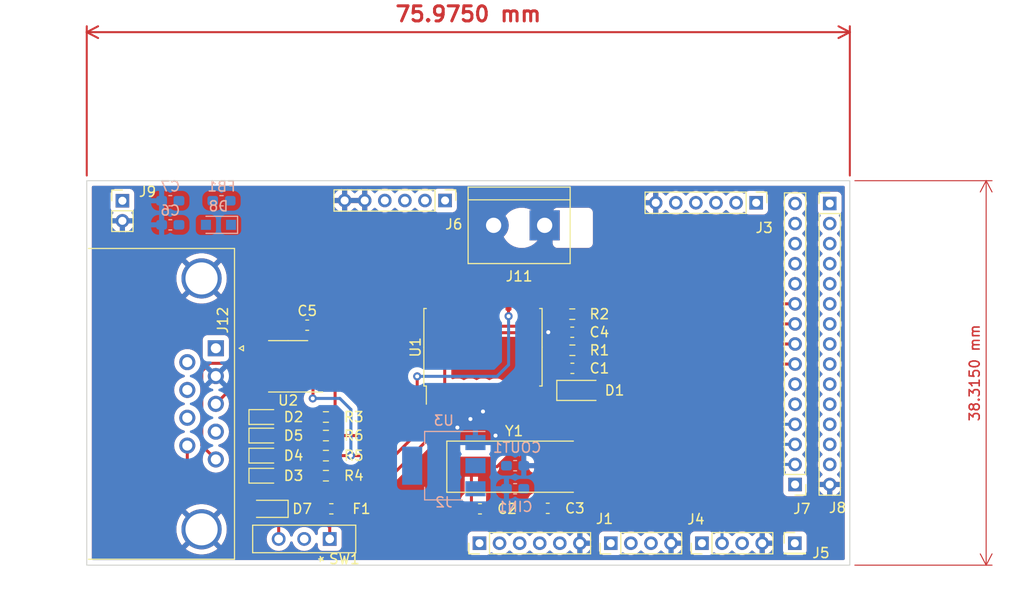
<source format=kicad_pcb>
(kicad_pcb (version 20211014) (generator pcbnew)
  (layers (0 "F.Cu" signal) (31 "B.Cu" signal) (34 "B.Paste" user) (35 "F.Paste" user) (36 "B.SilkS" user "B.Silkscreen") (37 "F.SilkS" user "F.Silkscreen") (38 "B.Mask" user) (39 "F.Mask" user) (44 "Edge.Cuts" user))
  (net 0 "")
  (net 1 "+5V")
  (net 2 "IO.TX")
  (net 3 "IO.RX")
  (net 4 "GND")
  (net 5 "IO.SCK")
  (net 6 "IO.CSB")
  (net 7 "IO.SDI")
  (net 8 "IO.SDO")
  (net 9 "+3.3V")
  (net 10 "F.IO0")
  (net 11 "F.IO1")
  (net 12 "F.CLK")
  (net 13 "F.CSB")
  (net 14 "IO11")
  (net 15 "IO12")
  (net 16 "IO7")
  (net 17 "+1V8")
  (net 18 "IO8")
  (net 19 "IO9")
  (net 20 "IO10")
  (net 21 "IO17")
  (net 22 "IO18")
  (net 23 "IO19")
  (net 24 "IO20")
  (net 25 "IO21")
  (net 26 "IO22")
  (net 27 "IO23")
  (net 28 "IO24")
  (net 29 "IO25")
  (net 30 "IO26")
  (net 31 "IO27")
  (net 32 "IO28")
  (net 33 "IO29")
  (net 34 "IO30")
  (net 35 "IO31")
  (net 36 "IO32")
  (net 37 "IO33")
  (net 38 "IO34")
  (net 39 "IO35")
  (net 40 "IO36")
  (net 41 "IO37")
  (net 43 "TXCAN")
  (net 44 "RXCAN")
  (net 46 "OSC2")
  (net 47 "OSC1")
  (net 48 "Net-(C4-Pad1)")
  (net 49 "~{CAN_RST}")
  (net 50 "Net-(D2-Pad2)")
  (net 51 "5V_OBD")
  (net 52 "12V_OBD")
  (net 53 "Net-(D3-Pad2)")
  (net 54 "Net-(D4-Pad2)")
  (net 55 "Net-(D5-Pad2)")
  (net 56 "Net-(D7-Pad1)")
  (net 57 "Net-(D8-Pad1)")
  (net 58 "Net-(F1-Pad1)")
  (net 60 "12V_OBD_IN")
  (net 61 "CANH")
  (net 62 "CANL")
  (footprint "Connector_PinHeader_2.00mm:PinHeader_1x04_P2.00mm_Vertical" (layer "F.Cu") (at 150.9 106.425 90)
    (fp_text reference "J4" (at 2.375 -0.6 180) (layer "F.SilkS"))
    (fp_text value "Conn_01x04_Male")
    (fp_line (start -1.06 0) (end -1.06 -1.06) (layer "F.SilkS") (width 0.12))
    (fp_line (start -1.06 7.06) (end 1.06 7.06) (layer "F.SilkS") (width 0.12))
    (fp_line (start 1.06 1) (end 1.06 7.06) (layer "F.SilkS") (width 0.12))
    (fp_line (start -1.06 1) (end 1.06 1) (layer "F.SilkS") (width 0.12))
    (fp_line (start -1.06 1) (end -1.06 7.06) (layer "F.SilkS") (width 0.12))
    (fp_line (start -1.06 -1.06) (end 0 -1.06) (layer "F.SilkS") (width 0.12))
    (pad "1" thru_hole rect (at 0 0 90) (size 1.35 1.35) (drill 0.8) (layers *.Cu *.Mask) (net 1 "+5V"))
    (pad "2" thru_hole oval (at 0 2 90) (size 1.35 1.35) (drill 0.8) (layers *.Cu *.Mask) (net 14 "IO11"))
    (pad "3" thru_hole oval (at 0 4 90) (size 1.35 1.35) (drill 0.8) (layers *.Cu *.Mask) (net 15 "IO12"))
    (pad "4" thru_hole oval (at 0 6 90) (size 1.35 1.35) (drill 0.8) (layers *.Cu *.Mask) (net 4 "GND"))
  )
  (footprint "LED_SMD:LED_0603_1608Metric_Pad1.05x0.95mm_HandSolder" (layer "F.Cu") (at 107.4625 95.7)
    (fp_text reference "D5" (at 2.775 0) (layer "F.SilkS"))
    (fp_text value "LED" hide)
    (fp_line (start 0.8 -0.735) (end -1.66 -0.735) (layer "F.SilkS") (width 0.12))
    (fp_line (start -1.66 0.735) (end 0.8 0.735) (layer "F.SilkS") (width 0.12))
    (fp_line (start -1.66 -0.735) (end -1.66 0.735) (layer "F.SilkS") (width 0.12))
    (pad "1" smd roundrect (at -0.875 0) (size 1.05 0.95) (layers "F.Cu" "F.Paste" "F.Mask") (net 4 "GND"))
    (pad "2" smd roundrect (at 0.875 0) (size 1.05 0.95) (layers "F.Cu" "F.Paste" "F.Mask") (net 55 "Net-(D5-Pad2)"))
  )
  (footprint "CANBusShield:09.03290.01 switch" (layer "F.Cu") (at 113.84 106 -90)
    (fp_text reference "SW1" (at 2 -1.46) (layer "F.SilkS"))
    (fp_text value "SW_SPDT" hide)
    (fp_text user "*" (at 2 0.54 90) (layer "F.SilkS"))
    (fp_line (start -1.3716 -2.5908) (end -1.3716 7.6708) (layer "F.SilkS") (width 0.12))
    (fp_line (start -1.3716 7.6708) (end 1.3716 7.6708) (layer "F.SilkS") (width 0.12))
    (fp_line (start 1.3716 7.6708) (end 1.3716 -2.5908) (layer "F.SilkS") (width 0.12))
    (fp_line (start 1.3716 -2.5908) (end -1.3716 -2.5908) (layer "F.SilkS") (width 0.12))
    (pad "1" thru_hole circle (at 0 2.54 270) (size 1.3716 1.3716) (drill 0.8636) (layers *.Cu *.Mask))
    (pad "2" thru_hole circle (at 0 5.08 270) (size 1.3716 1.3716) (drill 0.8636) (layers *.Cu *.Mask) (net 56 "Net-(D7-Pad1)"))
    (pad "3" thru_hole rect (at 0 0 270) (size 1.3716 1.3716) (drill 0.8636) (layers *.Cu *.Mask) (net 58 "Net-(F1-Pad1)"))
  )
  (footprint "Package_SO:SOIC-18W_7.5x11.6mm_P1.27mm" (layer "F.Cu") (at 129.1 86.9 90)
    (fp_text reference "U1" (at 0 -6.72 90) (layer "F.SilkS"))
    (fp_text value "MCP2515-xSO")
    (fp_line (start 0 -5.885) (end -3.86 -5.885) (layer "F.SilkS") (width 0.12))
    (fp_line (start -3.86 -5.64) (end -5.675 -5.64) (layer "F.SilkS") (width 0.12))
    (fp_line (start 3.86 5.885) (end 3.86 5.64) (layer "F.SilkS") (width 0.12))
    (fp_line (start 0 5.885) (end -3.86 5.885) (layer "F.SilkS") (width 0.12))
    (fp_line (start 3.86 -5.885) (end 3.86 -5.64) (layer "F.SilkS") (width 0.12))
    (fp_line (start 0 -5.885) (end 3.86 -5.885) (layer "F.SilkS") (width 0.12))
    (fp_line (start -3.86 -5.885) (end -3.86 -5.64) (layer "F.SilkS") (width 0.12))
    (fp_line (start 0 5.885) (end 3.86 5.885) (layer "F.SilkS") (width 0.12))
    (fp_line (start -3.86 5.885) (end -3.86 5.64) (layer "F.SilkS") (width 0.12))
    (pad "1" smd roundrect (at -4.65 -5.08 90) (size 2.05 0.6) (layers "F.Cu" "F.Paste" "F.Mask") (net 43 "TXCAN"))
    (pad "2" smd roundrect (at -4.65 -3.81 90) (size 2.05 0.6) (layers "F.Cu" "F.Paste" "F.Mask") (net 44 "RXCAN"))
    (pad "3" smd roundrect (at -4.65 -2.54 90) (size 2.05 0.6) (layers "F.Cu" "F.Paste" "F.Mask") (net 18 "IO8"))
    (pad "4" smd roundrect (at -4.65 -1.27 90) (size 2.05 0.6) (layers "F.Cu" "F.Paste" "F.Mask") (net 19 "IO9"))
    (pad "5" smd roundrect (at -4.65 0 90) (size 2.05 0.6) (layers "F.Cu" "F.Paste" "F.Mask") (net 20 "IO10"))
    (pad "6" smd roundrect (at -4.65 1.27 90) (size 2.05 0.6) (layers "F.Cu" "F.Paste" "F.Mask") (net 14 "IO11"))
    (pad "7" smd roundrect (at -4.65 2.54 90) (size 2.05 0.6) (layers "F.Cu" "F.Paste" "F.Mask") (net 46 "OSC2"))
    (pad "8" smd roundrect (at -4.65 3.81 90) (size 2.05 0.6) (layers "F.Cu" "F.Paste" "F.Mask") (net 47 "OSC1"))
    (pad "9" smd roundrect (at -4.65 5.08 90) (size 2.05 0.6) (layers "F.Cu" "F.Paste" "F.Mask") (net 4 "GND"))
    (pad "10" smd roundrect (at 4.65 5.08 90) (size 2.05 0.6) (layers "F.Cu" "F.Paste" "F.Mask") (net 21 "IO17"))
    (pad "11" smd roundrect (at 4.65 3.81 90) (size 2.05 0.6) (layers "F.Cu" "F.Paste" "F.Mask") (net 22 "IO18"))
    (pad "12" smd roundrect (at 4.65 2.54 90) (size 2.05 0.6) (layers "F.Cu" "F.Paste" "F.Mask") (net 23 "IO19"))
    (pad "13" smd roundrect (at 4.65 1.27 90) (size 2.05 0.6) (layers "F.Cu" "F.Paste" "F.Mask") (net 5 "IO.SCK"))
    (pad "14" smd roundrect (at 4.65 0 90) (size 2.05 0.6) (layers "F.Cu" "F.Paste" "F.Mask") (net 7 "IO.SDI"))
    (pad "15" smd roundrect (at 4.65 -1.27 90) (size 2.05 0.6) (layers "F.Cu" "F.Paste" "F.Mask") (net 8 "IO.SDO"))
    (pad "16" smd roundrect (at 4.65 -2.54 90) (size 2.05 0.6) (layers "F.Cu" "F.Paste" "F.Mask") (net 6 "IO.CSB"))
    (pad "17" smd roundrect (at 4.65 -3.81 90) (size 2.05 0.6) (layers "F.Cu" "F.Paste" "F.Mask") (net 49 "~{CAN_RST}"))
    (pad "18" smd roundrect (at 4.65 -5.08 90) (size 2.05 0.6) (layers "F.Cu" "F.Paste" "F.Mask") (net 1 "+5V"))
  )
  (footprint "Capacitor_SMD:C_0603_1608Metric_Pad1.08x0.95mm_HandSolder" (layer "F.Cu") (at 138 89)
    (fp_text reference "C1" (at 2.7 0) (layer "F.SilkS"))
    (fp_text value "0.1uF")
    (fp_line (start -0.146267 0.51) (end 0.146267 0.51) (layer "F.SilkS") (width 0.12))
    (fp_line (start -0.146267 -0.51) (end 0.146267 -0.51) (layer "F.SilkS") (width 0.12))
    (pad "1" smd roundrect (at -0.8625 0) (size 1.075 0.95) (layers "F.Cu" "F.Paste" "F.Mask") (net 1 "+5V"))
    (pad "2" smd roundrect (at 0.8625 0) (size 1.075 0.95) (layers "F.Cu" "F.Paste" "F.Mask") (net 4 "GND"))
  )
  (footprint "Connector_PinHeader_2.00mm:PinHeader_1x04_P2.00mm_Vertical" (layer "F.Cu") (at 141.825 106.425 90)
    (fp_text reference "J1" (at 2.425 -0.625 180) (layer "F.SilkS"))
    (fp_text value "Conn_01x04_Male")
    (fp_line (start -1.06 1) (end -1.06 7.06) (layer "F.SilkS") (width 0.12))
    (fp_line (start -1.06 1) (end 1.06 1) (layer "F.SilkS") (width 0.12))
    (fp_line (start -1.06 0) (end -1.06 -1.06) (layer "F.SilkS") (width 0.12))
    (fp_line (start 1.06 1) (end 1.06 7.06) (layer "F.SilkS") (width 0.12))
    (fp_line (start -1.06 7.06) (end 1.06 7.06) (layer "F.SilkS") (width 0.12))
    (fp_line (start -1.06 -1.06) (end 0 -1.06) (layer "F.SilkS") (width 0.12))
    (pad "1" thru_hole rect (at 0 0 90) (size 1.35 1.35) (drill 0.8) (layers *.Cu *.Mask) (net 1 "+5V"))
    (pad "2" thru_hole oval (at 0 2 90) (size 1.35 1.35) (drill 0.8) (layers *.Cu *.Mask) (net 2 "IO.TX"))
    (pad "3" thru_hole oval (at 0 4 90) (size 1.35 1.35) (drill 0.8) (layers *.Cu *.Mask) (net 3 "IO.RX"))
    (pad "4" thru_hole oval (at 0 6 90) (size 1.35 1.35) (drill 0.8) (layers *.Cu *.Mask) (net 4 "GND"))
  )
  (footprint "Connector_PinHeader_2.00mm:PinHeader_1x06_P2.00mm_Vertical" (layer "F.Cu") (at 156.3 72.5 -90)
    (fp_text reference "J3" (at 2.5 -0.8 180) (layer "F.SilkS"))
    (fp_text value "Conn_01x06_Male")
    (fp_line (start -1.06 1) (end 1.06 1) (layer "F.SilkS") (width 0.12))
    (fp_line (start 1.06 1) (end 1.06 11.06) (layer "F.SilkS") (width 0.12))
    (fp_line (start -1.06 0) (end -1.06 -1.06) (layer "F.SilkS") (width 0.12))
    (fp_line (start -1.06 -1.06) (end 0 -1.06) (layer "F.SilkS") (width 0.12))
    (fp_line (start -1.06 11.06) (end 1.06 11.06) (layer "F.SilkS") (width 0.12))
    (fp_line (start -1.06 1) (end -1.06 11.06) (layer "F.SilkS") (width 0.12))
    (pad "1" thru_hole rect (at 0 0 270) (size 1.35 1.35) (drill 0.8) (layers *.Cu *.Mask) (net 9 "+3.3V"))
    (pad "2" thru_hole oval (at 0 2 270) (size 1.35 1.35) (drill 0.8) (layers *.Cu *.Mask) (net 10 "F.IO0"))
    (pad "3" thru_hole oval (at 0 4 270) (size 1.35 1.35) (drill 0.8) (layers *.Cu *.Mask) (net 11 "F.IO1"))
    (pad "4" thru_hole oval (at 0 6 270) (size 1.35 1.35) (drill 0.8) (layers *.Cu *.Mask) (net 12 "F.CLK"))
    (pad "5" thru_hole oval (at 0 8 270) (size 1.35 1.35) (drill 0.8) (layers *.Cu *.Mask) (net 13 "F.CSB"))
    (pad "6" thru_hole oval (at 0 10 270) (size 1.35 1.35) (drill 0.8) (layers *.Cu *.Mask) (net 4 "GND"))
  )
  (footprint "Diode_SMD:D_SOD-323_HandSoldering" (layer "F.Cu") (at 107.8 103 180)
    (fp_text reference "D7" (at -3.3 0) (layer "F.SilkS"))
    (fp_text value "BAT165AX" hide)
    (fp_line (start -1.9 -0.85) (end 1.25 -0.85) (layer "F.SilkS") (width 0.12))
    (fp_line (start -1.9 0.85) (end 1.25 0.85) (layer "F.SilkS") (width 0.12))
    (fp_line (start -1.9 -0.85) (end -1.9 0.85) (layer "F.SilkS") (width 0.12))
    (pad "1" smd rect (at -1.25 0 180) (size 1 1) (layers "F.Cu" "F.Paste" "F.Mask") (net 56 "Net-(D7-Pad1)"))
    (pad "2" smd rect (at 1.25 0 180) (size 1 1) (layers "F.Cu" "F.Paste" "F.Mask") (net 60 "12V_OBD_IN"))
  )
  (footprint "Connector_PinHeader_2.00mm:PinHeader_1x06_P2.00mm_Vertical" (layer "F.Cu") (at 125.325 72.275 -90)
    (fp_text reference "J6" (at 2.375 -0.875) (layer "F.SilkS"))
    (fp_text value "Conn_01x06_Male")
    (fp_line (start 1.06 1) (end 1.06 11.06) (layer "F.SilkS") (width 0.12))
    (fp_line (start -1.06 -1.06) (end 0 -1.06) (layer "F.SilkS") (width 0.12))
    (fp_line (start -1.06 1) (end 1.06 1) (layer "F.SilkS") (width 0.12))
    (fp_line (start -1.06 0) (end -1.06 -1.06) (layer "F.SilkS") (width 0.12))
    (fp_line (start -1.06 11.06) (end 1.06 11.06) (layer "F.SilkS") (width 0.12))
    (fp_line (start -1.06 1) (end -1.06 11.06) (layer "F.SilkS") (width 0.12))
    (pad "1" thru_hole rect (at 0 0 270) (size 1.35 1.35) (drill 0.8) (layers *.Cu *.Mask) (net 17 "+1V8"))
    (pad "2" thru_hole oval (at 0 2 270) (size 1.35 1.35) (drill 0.8) (layers *.Cu *.Mask) (net 17 "+1V8"))
    (pad "3" thru_hole oval (at 0 4 270) (size 1.35 1.35) (drill 0.8) (layers *.Cu *.Mask) (net 9 "+3.3V"))
    (pad "4" thru_hole oval (at 0 6 270) (size 1.35 1.35) (drill 0.8) (layers *.Cu *.Mask) (net 9 "+3.3V"))
    (pad "5" thru_hole oval (at 0 8 270) (size 1.35 1.35) (drill 0.8) (layers *.Cu *.Mask) (net 4 "GND"))
    (pad "6" thru_hole oval (at 0 10 270) (size 1.35 1.35) (drill 0.8) (layers *.Cu *.Mask) (net 4 "GND"))
  )
  (footprint "LED_SMD:LED_0603_1608Metric_Pad1.05x0.95mm_HandSolder" (layer "F.Cu") (at 107.4625 97.7)
    (fp_text reference "D4" (at 2.775 0) (layer "F.SilkS"))
    (fp_text value "LED" hide)
    (fp_line (start -1.66 0.735) (end 0.8 0.735) (layer "F.SilkS") (width 0.12))
    (fp_line (start 0.8 -0.735) (end -1.66 -0.735) (layer "F.SilkS") (width 0.12))
    (fp_line (start -1.66 -0.735) (end -1.66 0.735) (layer "F.SilkS") (width 0.12))
    (pad "1" smd roundrect (at -0.875 0) (size 1.05 0.95) (layers "F.Cu" "F.Paste" "F.Mask") (net 4 "GND"))
    (pad "2" smd roundrect (at 0.875 0) (size 1.05 0.95) (layers "F.Cu" "F.Paste" "F.Mask") (net 54 "Net-(D4-Pad2)"))
  )
  (footprint "Capacitor_SMD:C_0603_1608Metric_Pad1.08x0.95mm_HandSolder" (layer "F.Cu") (at 128.8 103)
    (fp_text reference "C2" (at 2.7 0) (layer "F.SilkS"))
    (fp_text value "22pF")
    (fp_line (start -0.146267 -0.51) (end 0.146267 -0.51) (layer "F.SilkS") (width 0.12))
    (fp_line (start -0.146267 0.51) (end 0.146267 0.51) (layer "F.SilkS") (width 0.12))
    (pad "1" smd roundrect (at -0.8625 0) (size 1.075 0.95) (layers "F.Cu" "F.Paste" "F.Mask") (net 46 "OSC2"))
    (pad "2" smd roundrect (at 0.8625 0) (size 1.075 0.95) (layers "F.Cu" "F.Paste" "F.Mask") (net 4 "GND"))
  )
  (footprint "Resistor_SMD:R_0603_1608Metric_Pad0.98x0.95mm_HandSolder" (layer "F.Cu") (at 113.4625 97.7 180)
    (fp_text reference "R5" (at -2.775 0) (layer "F.SilkS"))
    (fp_text value "100R" hide)
    (fp_line (start -0.254724 -0.5225) (end 0.254724 -0.5225) (layer "F.SilkS") (width 0.12))
    (fp_line (start -0.254724 0.5225) (end 0.254724 0.5225) (layer "F.SilkS") (width 0.12))
    (pad "1" smd roundrect (at -0.9125 0 180) (size 0.975 0.95) (layers "F.Cu" "F.Paste" "F.Mask") (net 43 "TXCAN"))
    (pad "2" smd roundrect (at 0.9125 0 180) (size 0.975 0.95) (layers "F.Cu" "F.Paste" "F.Mask") (net 54 "Net-(D4-Pad2)"))
  )
  (footprint "Connector_PinHeader_2.00mm:PinHeader_1x06_P2.00mm_Vertical" (layer "F.Cu") (at 128.75 106.425 90)
    (fp_text reference "J2" (at 4.075 -3.55) (layer "B.SilkS") (effects (justify mirror)))
    (fp_text value "Conn_01x06_Male")
    (fp_line (start -1.06 0) (end -1.06 -1.06) (layer "F.SilkS") (width 0.12))
    (fp_line (start -1.06 1) (end 1.06 1) (layer "F.SilkS") (width 0.12))
    (fp_line (start 1.06 1) (end 1.06 11.06) (layer "F.SilkS") (width 0.12))
    (fp_line (start -1.06 1) (end -1.06 11.06) (layer "F.SilkS") (width 0.12))
    (fp_line (start -1.06 -1.06) (end 0 -1.06) (layer "F.SilkS") (width 0.12))
    (fp_line (start -1.06 11.06) (end 1.06 11.06) (layer "F.SilkS") (width 0.12))
    (pad "1" thru_hole rect (at 0 0 90) (size 1.35 1.35) (drill 0.8) (layers *.Cu *.Mask) (net 1 "+5V"))
    (pad "2" thru_hole oval (at 0 2 90) (size 1.35 1.35) (drill 0.8) (layers *.Cu *.Mask) (net 5 "IO.SCK"))
    (pad "3" thru_hole oval (at 0 4 90) (size 1.35 1.35) (drill 0.8) (layers *.Cu *.Mask) (net 6 "IO.CSB"))
    (pad "4" thru_hole oval (at 0 6 90) (size 1.35 1.35) (drill 0.8) (layers *.Cu *.Mask) (net 7 "IO.SDI"))
    (pad "5" thru_hole oval (at 0 8 90) (size 1.35 1.35) (drill 0.8) (layers *.Cu *.Mask) (net 8 "IO.SDO"))
    (pad "6" thru_hole oval (at 0 10 90) (size 1.35 1.35) (drill 0.8) (layers *.Cu *.Mask) (net 4 "GND"))
  )
  (footprint "Crystal:Crystal_SMD_HC49-SD" (layer "F.Cu") (at 132.2 98.8)
    (fp_text reference "Y1" (at 0 -3.55) (layer "F.SilkS"))
    (fp_text value "8MHz Crystal")
    (fp_line (start 5.9 -2.55) (end -6.7 -2.55) (layer "F.SilkS") (width 0.12))
    (fp_line (start -6.7 -2.55) (end -6.7 2.55) (layer "F.SilkS") (width 0.12))
    (fp_line (start -6.7 2.55) (end 5.9 2.55) (layer "F.SilkS") (width 0.12))
    (pad "1" smd rect (at -4.25 0) (size 4.5 2) (layers "F.Cu" "F.Paste" "F.Mask") (net 46 "OSC2"))
    (pad "2" smd rect (at 4.25 0) (size 4.5 2) (layers "F.Cu" "F.Paste" "F.Mask") (net 47 "OSC1"))
  )
  (footprint "Package_SO:SOIC-8_3.9x4.9mm_P1.27mm" (layer "F.Cu") (at 109.7 88.8 180)
    (fp_text reference "U2" (at 0 -3.4) (layer "F.SilkS"))
    (fp_text value "MCP2551-I-SN")
    (fp_line (start 0 2.56) (end -1.95 2.56) (layer "F.SilkS") (width 0.12))
    (fp_line (start 0 -2.56) (end -3.45 -2.56) (layer "F.SilkS") (width 0.12))
    (fp_line (start 0 2.56) (end 1.95 2.56) (layer "F.SilkS") (width 0.12))
    (fp_line (start 0 -2.56) (end 1.95 -2.56) (layer "F.SilkS") (width 0.12))
    (pad "1" smd roundrect (at -2.475 -1.905 180) (size 1.95 0.6) (layers "F.Cu" "F.Paste" "F.Mask") (net 43 "TXCAN"))
    (pad "2" smd roundrect (at -2.475 -0.635 180) (size 1.95 0.6) (layers "F.Cu" "F.Paste" "F.Mask") (net 4 "GND"))
    (pad "3" smd roundrect (at -2.475 0.635 180) (size 1.95 0.6) (layers "F.Cu" "F.Paste" "F.Mask") (net 1 "+5V"))
    (pad "4" smd roundrect (at -2.475 1.905 180) (size 1.95 0.6) (layers "F.Cu" "F.Paste" "F.Mask") (net 44 "RXCAN"))
    (pad "5" smd roundrect (at 2.475 1.905 180) (size 1.95 0.6) (layers "F.Cu" "F.Paste" "F.Mask"))
    (pad "6" smd roundrect (at 2.475 0.635 180) (size 1.95 0.6) (layers "F.Cu" "F.Paste" "F.Mask") (net 62 "CANL"))
    (pad "7" smd roundrect (at 2.475 -0.635 180) (size 1.95 0.6) (layers "F.Cu" "F.Paste" "F.Mask") (net 61 "CANH"))
    (pad "8" smd roundrect (at 2.475 -1.905 180) (size 1.95 0.6) (layers "F.Cu" "F.Paste" "F.Mask") (net 24 "IO20"))
  )
  (footprint "Capacitor_SMD:C_0603_1608Metric_Pad1.08x0.95mm_HandSolder" (layer "F.Cu") (at 137.9875 85.4 180)
    (fp_text reference "C4" (at -2.7 0) (layer "F.SilkS"))
    (fp_text value "100pF")
    (fp_line (start -0.146267 -0.51) (end 0.146267 -0.51) (layer "F.SilkS") (width 0.12))
    (fp_line (start -0.146267 0.51) (end 0.146267 0.51) (layer "F.SilkS") (width 0.12))
    (pad "1" smd roundrect (at -0.8625 0 180) (size 1.075 0.95) (layers "F.Cu" "F.Paste" "F.Mask") (net 48 "Net-(C4-Pad1)"))
    (pad "2" smd roundrect (at 0.8625 0 180) (size 1.075 0.95) (layers "F.Cu" "F.Paste" "F.Mask") (net 4 "GND"))
  )
  (footprint "Connector_PinHeader_2.00mm:PinHeader_1x15_P2.00mm_Vertical" (layer "F.Cu") (at 160.175 100.575 180)
    (fp_text reference "J7" (at -0.675 -2.425) (layer "F.SilkS"))
    (fp_text value "Conn_01x15_Male")
    (fp_line (start -1.06 -1.06) (end 0 -1.06) (layer "F.SilkS") (width 0.12))
    (fp_line (start -1.06 29.06) (end 1.06 29.06) (layer "F.SilkS") (width 0.12))
    (fp_line (start -1.06 1) (end 1.06 1) (layer "F.SilkS") (width 0.12))
    (fp_line (start -1.06 0) (end -1.06 -1.06) (layer "F.SilkS") (width 0.12))
    (fp_line (start 1.06 1) (end 1.06 29.06) (layer "F.SilkS") (width 0.12))
    (fp_line (start -1.06 1) (end -1.06 29.06) (layer "F.SilkS") (width 0.12))
    (pad "1" thru_hole rect (at 0 0 180) (size 1.35 1.35) (drill 0.8) (layers *.Cu *.Mask) (net 16 "IO7"))
    (pad "2" thru_hole oval (at 0 2 180) (size 1.35 1.35) (drill 0.8) (layers *.Cu *.Mask) (net 18 "IO8"))
    (pad "3" thru_hole oval (at 0 4 180) (size 1.35 1.35) (drill 0.8) (layers *.Cu *.Mask) (net 19 "IO9"))
    (pad "4" thru_hole oval (at 0 6 180) (size 1.35 1.35) (drill 0.8) (layers *.Cu *.Mask) (net 20 "IO10"))
    (pad "5" thru_hole oval (at 0 8 180) (size 1.35 1.35) (drill 0.8) (layers *.Cu *.Mask) (net 14 "IO11"))
    (pad "6" thru_hole oval (at 0 10 180) (size 1.35 1.35) (drill 0.8) (layers *.Cu *.Mask) (net 15 "IO12"))
    (pad "7" thru_hole oval (at 0 12 180) (size 1.35 1.35) (drill 0.8) (layers *.Cu *.Mask) (net 21 "IO17"))
    (pad "8" thru_hole oval (at 0 14 180) (size 1.35 1.35) (drill 0.8) (layers *.Cu *.Mask) (net 22 "IO18"))
    (pad "9" thru_hole oval (at 0 16 180) (size 1.35 1.35) (drill 0.8) (layers *.Cu *.Mask) (net 23 "IO19"))
    (pad "10" thru_hole oval (at 0 18 180) (size 1.35 1.35) (drill 0.8) (layers *.Cu *.Mask) (net 24 "IO20"))
    (pad "11" thru_hole oval (at 0 20 180) (size 1.35 1.35) (drill 0.8) (layers *.Cu *.Mask) (net 25 "IO21"))
    (pad "12" thru_hole oval (at 0 22 180) (size 1.35 1.35) (drill 0.8) (layers *.Cu *.Mask) (net 26 "IO22"))
    (pad "13" thru_hole oval (at 0 24 180) (size 1.35 1.35) (drill 0.8) (layers *.Cu *.Mask) (net 27 "IO23"))
    (pad "14" thru_hole oval (at 0 26 180) (size 1.35 1.35) (drill 0.8) (layers *.Cu *.Mask) (net 28 "IO24"))
    (pad "15" thru_hole oval (at 0 28 180) (size 1.35 1.35) (drill 0.8) (layers *.Cu *.Mask) (net 29 "IO25"))
  )
  (footprint "Resistor_SMD:R_0603_1608Metric_Pad0.98x0.95mm_HandSolder" (layer "F.Cu") (at 138 87.2)
    (fp_text reference "R1" (at 2.7 0) (layer "F.SilkS"))
    (fp_text value "6.3kR")
    (fp_line (start -0.254724 0.5225) (end 0.254724 0.5225) (layer "F.SilkS") (width 0.12))
    (fp_line (start -0.254724 -0.5225) (end 0.254724 -0.5225) (layer "F.SilkS") (width 0.12))
    (pad "1" smd roundrect (at -0.9125 0) (size 0.975 0.95) (layers "F.Cu" "F.Paste" "F.Mask") (net 1 "+5V"))
    (pad "2" smd roundrect (at 0.9125 0) (size 0.975 0.95) (layers "F.Cu" "F.Paste" "F.Mask") (net 48 "Net-(C4-Pad1)"))
  )
  (footprint "Connector_Dsub:DSUB-9_Male_Horizontal_P2.77x2.84mm_EdgePinOffset9.90mm_Housed_MountingHolesOffset11.32mm" (layer "F.Cu") (at 102.5 87 -90)
    (fp_text reference "J12" (at -2.8 -0.7 90) (layer "F.SilkS"))
    (fp_text value "DB9_Male")
    (fp_line (start -0.25 -2.754338) (end 0.25 -2.754338) (layer "F.SilkS") (width 0.12))
    (fp_line (start -9.945 -1.86) (end 21.025 -1.86) (layer "F.SilkS") (width 0.12))
    (fp_line (start 0.25 -2.754338) (end 0 -2.321325) (layer "F.SilkS") (width 0.12))
    (fp_line (start -9.945 12.68) (end -9.945 -1.86) (layer "F.SilkS") (width 0.12))
    (fp_line (start 21.025 -1.86) (end 21.025 12.68) (layer "F.SilkS") (width 0.12))
    (fp_line (start 0 -2.321325) (end -0.25 -2.754338) (layer "F.SilkS") (width 0.12))
    (pad "1" thru_hole rect (at 0 0 270) (size 1.6 1.6) (drill 1) (layers *.Cu *.Mask))
    (pad "2" thru_hole circle (at 18.04 1.42 270) (size 4 4) (drill 3.2) (layers *.Cu *.Mask) (net 4 "GND"))
    (pad "2" thru_hole circle (at -6.96 1.42 270) (size 4 4) (drill 3.2) (layers *.Cu *.Mask) (net 4 "GND"))
    (pad "2" thru_hole circle (at 2.77 0 270) (size 1.6 1.6) (drill 1) (layers *.Cu *.Mask) (net 4 "GND"))
    (pad "3" thru_hole circle (at 5.54 0 270) (size 1.6 1.6) (drill 1) (layers *.Cu *.Mask) (net 61 "CANH"))
    (pad "4" thru_hole circle (at 8.31 0 270) (size 1.6 1.6) (drill 1) (layers *.Cu *.Mask))
    (pad "5" thru_hole circle (at 11.08 0 270) (size 1.6 1.6) (drill 1) (layers *.Cu *.Mask) (net 62 "CANL"))
    (pad "6" thru_hole circle (at 1.385 2.84 270) (size 1.6 1.6) (drill 1) (layers *.Cu *.Mask))
    (pad "7" thru_hole circle (at 4.155 2.84 270) (size 1.6 1.6) (drill 1) (layers *.Cu *.Mask))
    (pad "8" thru_hole circle (at 6.925 2.84 270) (size 1.6 1.6) (drill 1) (layers *.Cu *.Mask))
    (pad "9" thru_hole circle (at 9.695 2.84 270) (size 1.6 1.6) (drill 1) (layers *.Cu *.Mask) (net 60 "12V_OBD_IN"))
  )
  (footprint "LED_SMD:LED_0603_1608Metric_Pad1.05x0.95mm_HandSolder" (layer "F.Cu") (at 107.4625 99.7)
    (fp_text reference "D3" (at 2.775 0) (layer "F.SilkS"))
    (fp_text value "LED" hide)
    (fp_line (start -1.66 0.735) (end 0.8 0.735) (layer "F.SilkS") (width 0.12))
    (fp_line (start 0.8 -0.735) (end -1.66 -0.735) (layer "F.SilkS") (width 0.12))
    (fp_line (start -1.66 -0.735) (end -1.66 0.735) (layer "F.SilkS") (width 0.12))
    (pad "1" smd roundrect (at -0.875 0) (size 1.05 0.95) (layers "F.Cu" "F.Paste" "F.Mask") (net 4 "GND"))
    (pad "2" smd roundrect (at 0.875 0) (size 1.05 0.95) (layers "F.Cu" "F.Paste" "F.Mask") (net 53 "Net-(D3-Pad2)"))
  )
  (footprint "Diode_SMD:D_SOD-123" (layer "F.Cu") (at 138.7 91.2)
    (fp_text reference "D1" (at 3.5 0) (layer "F.SilkS"))
    (fp_text value "3.3V 500mW")
    (fp_line (start -2.25 1) (end 1.65 1) (layer "F.SilkS") (width 0.12))
    (fp_line (start -2.25 -1) (end -2.25 1) (layer "F.SilkS") (width 0.12))
    (fp_line (start -2.25 -1) (end 1.65 -1) (layer "F.SilkS") (width 0.12))
    (pad "1" smd rect (at -1.65 0) (size 0.9 1.2) (layers "F.Cu" "F.Paste" "F.Mask") (net 1 "+5V"))
    (pad "2" smd rect (at 1.65 0) (size 0.9 1.2) (layers "F.Cu" "F.Paste" "F.Mask") (net 48 "Net-(C4-Pad1)"))
  )
  (footprint "Capacitor_SMD:C_0603_1608Metric_Pad1.08x0.95mm_HandSolder" (layer "F.Cu") (at 111.6 84.7)
    (fp_text reference "C5" (at 0 -1.43) (layer "F.SilkS"))
    (fp_text value "0.1uF")
    (fp_line (start -0.146267 -0.51) (end 0.146267 -0.51) (layer "F.SilkS") (width 0.12))
    (fp_line (start -0.146267 0.51) (end 0.146267 0.51) (layer "F.SilkS") (width 0.12))
    (pad "1" smd roundrect (at -0.8625 0) (size 1.075 0.95) (layers "F.Cu" "F.Paste" "F.Mask") (net 1 "+5V"))
    (pad "2" smd roundrect (at 0.8625 0) (size 1.075 0.95) (layers "F.Cu" "F.Paste" "F.Mask") (net 4 "GND"))
  )
  (footprint "TerminalBlock:TerminalBlock_bornier-2_P5.08mm" (layer "F.Cu") (at 135.24 74.75 180)
    (fp_text reference "J11" (at 2.54 -5.08) (layer "F.SilkS"))
    (fp_text value "Screw_Terminal_01x02")
    (fp_line (start 7.62 3.81) (end 7.62 -3.81) (layer "F.SilkS") (width 0.12))
    (fp_line (start 7.62 2.54) (end -2.54 2.54) (layer "F.SilkS") (width 0.12))
    (fp_line (start -2.54 -3.81) (end -2.54 3.81) (layer "F.SilkS") (width 0.12))
    (fp_line (start -2.54 3.81) (end 7.62 3.81) (layer "F.SilkS") (width 0.12))
    (fp_line (start 7.62 -3.81) (end -2.54 -3.81) (layer "F.SilkS") (width 0.12))
    (pad "1" thru_hole rect (at 0 0 180) (size 3 3) (drill 1.52) (layers *.Cu *.Mask) (net 61 "CANH"))
    (pad "2" thru_hole circle (at 5.08 0 180) (size 3 3) (drill 1.52) (layers *.Cu *.Mask) (net 62 "CANL"))
  )
  (footprint "Resistor_SMD:R_0603_1608Metric_Pad0.98x0.95mm_HandSolder" (layer "F.Cu") (at 113.4625 99.7 180)
    (fp_text reference "R4" (at -2.775 0) (layer "F.SilkS"))
    (fp_text value "100R" hide)
    (fp_line (start -0.254724 -0.5225) (end 0.254724 -0.5225) (layer "F.SilkS") (width 0.12))
    (fp_line (start -0.254724 0.5225) (end 0.254724 0.5225) (layer "F.SilkS") (width 0.12))
    (pad "1" smd roundrect (at -0.9125 0 180) (size 0.975 0.95) (layers "F.Cu" "F.Paste" "F.Mask") (net 44 "RXCAN"))
    (pad "2" smd roundrect (at 0.9125 0 180) (size 0.975 0.95) (layers "F.Cu" "F.Paste" "F.Mask") (net 53 "Net-(D3-Pad2)"))
  )
  (footprint "Resistor_SMD:R_0603_1608Metric_Pad0.98x0.95mm_HandSolder" (layer "F.Cu") (at 113.4625 93.85 180)
    (fp_text reference "R3" (at -2.775 0) (layer "F.SilkS"))
    (fp_text value "100R" hide)
    (fp_line (start -0.254724 -0.5225) (end 0.254724 -0.5225) (layer "F.SilkS") (width 0.12))
    (fp_line (start -0.254724 0.5225) (end 0.254724 0.5225) (layer "F.SilkS") (width 0.12))
    (pad "1" smd roundrect (at -0.9125 0 180) (size 0.975 0.95) (layers "F.Cu" "F.Paste" "F.Mask") (net 1 "+5V"))
    (pad "2" smd roundrect (at 0.9125 0 180) (size 0.975 0.95) (layers "F.Cu" "F.Paste" "F.Mask") (net 50 "Net-(D2-Pad2)"))
  )
  (footprint "Resistor_SMD:R_0603_1608Metric_Pad0.98x0.95mm_HandSolder" (layer "F.Cu") (at 137.9875 83.6 180)
    (fp_text reference "R2" (at -2.7 0) (layer "F.SilkS"))
    (fp_text value "1kR")
    (fp_line (start -0.254724 -0.5225) (end 0.254724 -0.5225) (layer "F.SilkS") (width 0.12))
    (fp_line (start -0.254724 0.5225) (end 0.254724 0.5225) (layer "F.SilkS") (width 0.12))
    (pad "1" smd roundrect (at -0.9125 0 180) (size 0.975 0.95) (layers "F.Cu" "F.Paste" "F.Mask") (net 48 "Net-(C4-Pad1)"))
    (pad "2" smd roundrect (at 0.9125 0 180) (size 0.975 0.95) (layers "F.Cu" "F.Paste" "F.Mask") (net 49 "~{CAN_RST}"))
  )
  (footprint "Connector_PinHeader_2.00mm:PinHeader_1x15_P2.00mm_Vertical" (layer "F.Cu") (at 163.625 72.575)
    (fp_text reference "J8" (at 0.775 30.325) (layer "F.SilkS"))
    (fp_text value "Conn_01x15_Male")
    (fp_line (start -1.06 1) (end 1.06 1) (layer "F.SilkS") (width 0.12))
    (fp_line (start 1.06 1) (end 1.06 29.06) (layer "F.SilkS") (width 0.12))
    (fp_line (start -1.06 -1.06) (end 0 -1.06) (layer "F.SilkS") (width 0.12))
    (fp_line (start -1.06 29.06) (end 1.06 29.06) (layer "F.SilkS") (width 0.12))
    (fp_line (start -1.06 1) (end -1.06 29.06) (layer "F.SilkS") (width 0.12))
    (fp_line (start -1.06 0) (end -1.06 -1.06) (layer "F.SilkS") (width 0.12))
    (pad "1" thru_hole rect (at 0 0) (size 1.35 1.35) (drill 0.8) (layers *.Cu *.Mask) (net 30 "IO26"))
    (pad "2" thru_hole oval (at 0 2) (size 1.35 1.35) (drill 0.8) (layers *.Cu *.Mask) (net 31 "IO27"))
    (pad "3" thru_hole oval (at 0 4) (size 1.35 1.35) (drill 0.8) (layers *.Cu *.Mask) (net 32 "IO28"))
    (pad "4" thru_hole oval (at 0 6) (size 1.35 1.35) (drill 0.8) (layers *.Cu *.Mask) (net 33 "IO29"))
    (pad "5" thru_hole oval (at 0 8) (size 1.35 1.35) (drill 0.8) (layers *.Cu *.Mask) (net 34 "IO30"))
    (pad "6" thru_hole oval (at 0 10) (size 1.35 1.35) (drill 0.8) (layers *.Cu *.Mask) (net 35 "IO31"))
    (pad "7" thru_hole oval (at 0 12) (size 1.35 1.35) (drill 0.8) (layers *.Cu *.Mask) (net 36 "IO32"))
    (pad "8" thru_hole oval (at 0 14) (size 1.35 1.35) (drill 0.8) (layers *.Cu *.Mask) (net 37 "IO33"))
    (pad "9" thru_hole oval (at 0 16) (size 1.35 1.35) (drill 0.8) (layers *.Cu *.Mask) (net 38 "IO34"))
    (pad "10" thru_hole oval (at 0 18) (size 1.35 1.35) (drill 0.8) (layers *.Cu *.Mask) (net 39 "IO35"))
    (pad "11" thru_hole oval (at 0 20) (size 1.35 1.35) (drill 0.8) (layers *.Cu *.Mask) (net 40 "IO36"))
    (pad "12" thru_hole oval (at 0 22) (size 1.35 1.35) (drill 0.8) (layers *.Cu *.Mask) (net 41 "IO37"))
    (pad "13" thru_hole oval (at 0 24) (size 1.35 1.35) (drill 0.8) (layers *.Cu *.Mask))
    (pad "14" thru_hole oval (at 0 26) (size 1.35 1.35) (drill 0.8) (layers *.Cu *.Mask) (net 1 "+5V"))
    (pad "15" thru_hole oval (at 0 28) (size 1.35 1.35) (drill 0.8) (layers *.Cu *.Mask) (net 4 "GND"))
  )
  (footprint "Resistor_SMD:R_0603_1608Metric_Pad0.98x0.95mm_HandSolder" (layer "F.Cu") (at 113.4625 95.7 180)
    (fp_text reference "R6" (at -2.775 0) (layer "F.SilkS"))
    (fp_text value "100R" hide)
    (fp_line (start -0.254724 -0.5225) (end 0.254724 -0.5225) (layer "F.SilkS") (width 0.12))
    (fp_line (start -0.254724 0.5225) (end 0.254724 0.5225) (layer "F.SilkS") (width 0.12))
    (pad "1" smd roundrect (at -0.9125 0 180) (size 0.975 0.95) (layers "F.Cu" "F.Paste" "F.Mask") (net 23 "IO19"))
    (pad "2" smd roundrect (at 0.9125 0 180) (size 0.975 0.95) (layers "F.Cu" "F.Paste" "F.Mask") (net 55 "Net-(D5-Pad2)"))
  )
  (footprint "Connector_PinHeader_2.00mm:PinHeader_1x01_P2.00mm_Vertical" (layer "F.Cu") (at 160.15 106.425)
    (fp_text reference "J5" (at 2.6 0.975) (layer "F.SilkS"))
    (fp_text value "Conn_01x01_Male")
    (fp_line (start -1.06 1) (end -1.06 1.06) (layer "F.SilkS") (width 0.12))
    (fp_line (start 1.06 1) (end 1.06 1.06) (layer "F.SilkS") (width 0.12))
    (fp_line (start -1.06 1.06) (end 1.06 1.06) (layer "F.SilkS") (width 0.12))
    (fp_line (start -1.06 1) (end 1.06 1) (layer "F.SilkS") (width 0.12))
    (fp_line (start -1.06 0) (end -1.06 -1.06) (layer "F.SilkS") (width 0.12))
    (fp_line (start -1.06 -1.06) (end 0 -1.06) (layer "F.SilkS") (width 0.12))
    (pad "1" thru_hole rect (at 0 0) (size 1.35 1.35) (drill 0.8) (layers *.Cu *.Mask) (net 16 "IO7"))
  )
  (footprint "Fuse:Fuse_0603_1608Metric_Pad1.05x0.95mm_HandSolder" (layer "F.Cu") (at 114 103)
    (fp_text reference "F1" (at 3 0) (layer "F.SilkS"))
    (fp_text value "1.5A Fuse")
    (fp_line (start -0.171267 0.51) (end 0.171267 0.51) (layer "F.SilkS") (width 0.12))
    (fp_line (start -0.171267 -0.51) (end 0.171267 -0.51) (layer "F.SilkS") (width 0.12))
    (pad "1" smd roundrect (at -0.875 0) (size 1.05 0.95) (layers "F.Cu" "F.Paste" "F.Mask") (net 58 "Net-(F1-Pad1)"))
    (pad "2" smd roundrect (at 0.875 0) (size 1.05 0.95) (layers "F.Cu" "F.Paste" "F.Mask") (net 52 "12V_OBD"))
  )
  (footprint "Capacitor_SMD:C_0603_1608Metric_Pad1.08x0.95mm_HandSolder" (layer "F.Cu") (at 135.55 102.95 180)
    (fp_text reference "C3" (at -2.7 0) (layer "F.SilkS"))
    (fp_text value "22pF")
    (fp_line (start -0.146267 -0.51) (end 0.146267 -0.51) (layer "F.SilkS") (width 0.12))
    (fp_line (start -0.146267 0.51) (end 0.146267 0.51) (layer "F.SilkS") (width 0.12))
    (pad "1" smd roundrect (at -0.8625 0 180) (size 1.075 0.95) (layers "F.Cu" "F.Paste" "F.Mask") (net 47 "OSC1"))
    (pad "2" smd roundrect (at 0.8625 0 180) (size 1.075 0.95) (layers "F.Cu" "F.Paste" "F.Mask") (net 4 "GND"))
  )
  (footprint "LED_SMD:LED_0603_1608Metric_Pad1.05x0.95mm_HandSolder" (layer "F.Cu") (at 107.4625 93.85)
    (fp_text reference "D2" (at 2.775 0) (layer "F.SilkS"))
    (fp_text value "LED" hide)
    (fp_line (start -1.66 0.735) (end 0.8 0.735) (layer "F.SilkS") (width 0.12))
    (fp_line (start -1.66 -0.735) (end -1.66 0.735) (layer "F.SilkS") (width 0.12))
    (fp_line (start 0.8 -0.735) (end -1.66 -0.735) (layer "F.SilkS") (width 0.12))
    (pad "1" smd roundrect (at -0.875 0) (size 1.05 0.95) (layers "F.Cu" "F.Paste" "F.Mask") (net 4 "GND"))
    (pad "2" smd roundrect (at 0.875 0) (size 1.05 0.95) (layers "F.Cu" "F.Paste" "F.Mask") (net 50 "Net-(D2-Pad2)"))
  )
  (footprint "Connector_PinHeader_2.00mm:PinHeader_1x02_P2.00mm_Vertical" (layer "F.Cu") (at 93.2 72.3)
    (fp_text reference "J9" (at 2.5 -0.9) (layer "F.SilkS"))
    (fp_text value "Conn_01x02_Male")
    (fp_line (start -1.06 1) (end -1.06 3.06) (layer "F.SilkS") (width 0.12))
    (fp_line (start -1.06 1) (end 1.06 1) (layer "F.SilkS") (width 0.12))
    (fp_line (start -1.06 -1.06) (end 0 -1.06) (layer "F.SilkS") (width 0.12))
    (fp_line (start -1.06 0) (end -1.06 -1.06) (layer "F.SilkS") (width 0.12))
    (fp_line (start 1.06 1) (end 1.06 3.06) (layer "F.SilkS") (width 0.12))
    (fp_line (start -1.06 3.06) (end 1.06 3.06) (layer "F.SilkS") (width 0.12))
    (pad "1" thru_hole rect (at 0 0) (size 1.35 1.35) (drill 0.8) (layers *.Cu *.Mask) (net 1 "+5V"))
    (pad "2" thru_hole oval (at 0 2) (size 1.35 1.35) (drill 0.8) (layers *.Cu *.Mask) (net 4 "GND"))
  )
  (footprint "Capacitor_SMD:C_0603_1608Metric_Pad1.08x0.95mm_HandSolder" (layer "B.Cu") (at 97.966666 72.3 180)
    (fp_text reference "C7" (at 0 1.43) (layer "B.SilkS") (effects (justify mirror)))
    (fp_text value "100nF")
    (fp_line (start -0.146267 -0.51) (end 0.146267 -0.51) (layer "B.SilkS") (width 0.12))
    (fp_line (start -0.146267 0.51) (end 0.146267 0.51) (layer "B.SilkS") (width 0.12))
    (pad "1" smd roundrect (at -0.8625 0 180) (size 1.075 0.95) (layers "B.Cu" "B.Paste" "B.Mask") (net 1 "+5V"))
    (pad "2" smd roundrect (at 0.8625 0 180) (size 1.075 0.95) (layers "B.Cu" "B.Paste" "B.Mask") (net 4 "GND"))
  )
  (footprint "Inductor_SMD:L_0603_1608Metric_Pad1.05x0.95mm_HandSolder" (layer "B.Cu") (at 103.066666 72.3 180)
    (fp_text reference "FB1" (at 0 1.43) (layer "B.SilkS") (effects (justify mirror)))
    (fp_text value "120R")
    (fp_line (start -0.171267 -0.51) (end 0.171267 -0.51) (layer "B.SilkS") (width 0.12))
    (fp_line (start -0.171267 0.51) (end 0.171267 0.51) (layer "B.SilkS") (width 0.12))
    (pad "1" smd roundrect (at -0.875 0 180) (size 1.05 0.95) (layers "B.Cu" "B.Paste" "B.Mask") (net 57 "Net-(D8-Pad1)"))
    (pad "2" smd roundrect (at 0.875 0 180) (size 1.05 0.95) (layers "B.Cu" "B.Paste" "B.Mask") (net 1 "+5V"))
  )
  (footprint "Capacitor_SMD:C_0603_1608Metric_Pad1.08x0.95mm_HandSolder" (layer "B.Cu") (at 97.966666 74.7 180)
    (fp_text reference "C6" (at 0 1.43) (layer "B.SilkS") (effects (justify mirror)))
    (fp_text value "100nF")
    (fp_line (start -0.146267 -0.51) (end 0.146267 -0.51) (layer "B.SilkS") (width 0.12))
    (fp_line (start -0.146267 0.51) (end 0.146267 0.51) (layer "B.SilkS") (width 0.12))
    (pad "1" smd roundrect (at -0.8625 0 180) (size 1.075 0.95) (layers "B.Cu" "B.Paste" "B.Mask") (net 51 "5V_OBD"))
    (pad "2" smd roundrect (at 0.8625 0 180) (size 1.075 0.95) (layers "B.Cu" "B.Paste" "B.Mask") (net 4 "GND"))
  )
  (footprint "Capacitor_SMD:C_0603_1608Metric_Pad1.08x0.95mm_HandSolder" (layer "B.Cu") (at 132.3 98.7)
    (fp_text reference "COUT1" (at 0.2 -1.8) (layer "B.SilkS") (effects (justify mirror)))
    (fp_text value "10uF")
    (fp_line (start -0.146267 -0.51) (end 0.146267 -0.51) (layer "B.SilkS") (width 0.12))
    (fp_line (start -0.146267 0.51) (end 0.146267 0.51) (layer "B.SilkS") (width 0.12))
    (pad "1" smd roundrect (at -0.8625 0) (size 1.075 0.95) (layers "B.Cu" "B.Paste" "B.Mask") (net 51 "5V_OBD"))
    (pad "2" smd roundrect (at 0.8625 0) (size 1.075 0.95) (layers "B.Cu" "B.Paste" "B.Mask") (net 4 "GND"))
  )
  (footprint "Capacitor_SMD:C_0603_1608Metric_Pad1.08x0.95mm_HandSolder" (layer "B.Cu") (at 132.3 101 180)
    (fp_text reference "CIN1" (at 0 -1.8) (layer "B.SilkS") (effects (justify mirror)))
    (fp_text value "100nF")
    (fp_line (start -0.146267 -0.51) (end 0.146267 -0.51) (layer "B.SilkS") (width 0.12))
    (fp_line (start -0.146267 0.51) (end 0.146267 0.51) (layer "B.SilkS") (width 0.12))
    (pad "1" smd roundrect (at -0.8625 0 180) (size 1.075 0.95) (layers "B.Cu" "B.Paste" "B.Mask") (net 52 "12V_OBD"))
    (pad "2" smd roundrect (at 0.8625 0 180) (size 1.075 0.95) (layers "B.Cu" "B.Paste" "B.Mask") (net 4 "GND"))
  )
  (footprint "Diode_SMD:D_SOD-323_HandSoldering" (layer "B.Cu") (at 102.766666 74.7 180)
    (fp_text reference "D8" (at 0 1.85) (layer "B.SilkS") (effects (justify mirror)))
    (fp_text value "BAT165AX")
    (fp_line (start -1.9 -0.85) (end 1.25 -0.85) (layer "B.SilkS") (width 0.12))
    (fp_line (start -1.9 0.85) (end 1.25 0.85) (layer "B.SilkS") (width 0.12))
    (fp_line (start -1.9 0.85) (end -1.9 -0.85) (layer "B.SilkS") (width 0.12))
    (pad "1" smd rect (at -1.25 0 180) (size 1 1) (layers "B.Cu" "B.Paste" "B.Mask") (net 57 "Net-(D8-Pad1)"))
    (pad "2" smd rect (at 1.25 0 180) (size 1 1) (layers "B.Cu" "B.Paste" "B.Mask") (net 51 "5V_OBD"))
  )
  (footprint "Package_TO_SOT_SMD:SOT-223-3_TabPin2" (layer "B.Cu") (at 125.2 98.7 180)
    (fp_text reference "U3" (at 0 4.5) (layer "B.SilkS") (effects (justify mirror)))
    (fp_text value "LD1117S50TR_SOT223")
    (fp_line (start -1.85 -3.41) (end 1.91 -3.41) (layer "B.SilkS") (width 0.12))
    (fp_line (start 1.91 3.41) (end 1.91 2.15) (layer "B.SilkS") (width 0.12))
    (fp_line (start 1.91 -3.41) (end 1.91 -2.15) (layer "B.SilkS") (width 0.12))
    (fp_line (start -4.1 3.41) (end 1.91 3.41) (layer "B.SilkS") (width 0.12))
    (pad "1" smd rect (at -3.15 2.3 180) (size 2 1.5) (layers "B.Cu" "B.Paste" "B.Mask") (net 4 "GND"))
    (pad "2" smd rect (at -3.15 0 180) (size 2 1.5) (layers "B.Cu" "B.Paste" "B.Mask") (net 51 "5V_OBD"))
    (pad "2" smd rect (at 3.15 0 180) (size 2 3.8) (layers "B.Cu" "B.Paste" "B.Mask") (net 51 "5V_OBD"))
    (pad "3" smd rect (at -3.15 -2.3 180) (size 2 1.5) (layers "B.Cu" "B.Paste" "B.Mask") (net 52 "12V_OBD"))
  )
  (gr_rect (start 89.65 70.3) (end 165.625 108.615) (layer "Edge.Cuts") (width 0.1) (fill none))
  (dimension (type aligned) (layer "F.Cu") (pts (xy 89.65 70.285) (xy 165.625 70.285)) (height -14.785) (gr_text "75.9750 mm" (at 127.6375 53.7) (layer "F.Cu") (effects (font (size 1.5 1.5) (thickness 0.3)))) (format (units 3) (units_format 1) (precision 4)) (style (thickness 0.2) (arrow_length 1.27) (text_position_mode 0) (extension_height 0.58642) (extension_offset 0.5) keep_text_aligned))
  (dimension (type aligned) (layer "F.Cu") (pts (xy 165.625 70.3) (xy 165.625 108.615)) (height -13.575) (gr_text "38.3150 mm" (at 178.05 89.4575 90) (layer "F.Cu") (effects (font (size 1 1) (thickness 0.15)))) (format (units 3) (units_format 1) (precision 4)) (style (thickness 0.1) (arrow_length 1.27) (text_position_mode 0) (extension_height 0.58642) (extension_offset 0.5) keep_text_aligned))
  (segment (start 137.05 91.2) (end 137.05 89.0875) (width 0.3) (layer "F.Cu") (net 1))
  (segment (start 110.9375 84.7) (end 110.7375 84.7) (width 0.3) (layer "F.Cu") (net 1))
  (segment (start 125.8 85.45) (end 124.02 83.67) (width 0.3) (layer "F.Cu") (net 1))
  (segment (start 137.05 89.0875) (end 137.1375 89) (width 0.3) (layer "F.Cu") (net 1))
  (segment (start 135.55 87.2) (end 133.8 85.45) (width 0.3) (layer "F.Cu") (net 1))
  (segment (start 137.1375 87.25) (end 137.0875 87.2) (width 0.3) (layer "F.Cu") (net 1))
  (segment (start 124.02 83.67) (end 124.02 82.25) (width 0.3) (layer "F.Cu") (net 1))
  (segment (start 113.965 88.165) (end 112.175 88.165) (width 0.3) (layer "F.Cu") (net 1))
  (segment (start 110.7375 87.7875) (end 111.115 88.165) (width 0.3) (layer "F.Cu") (net 1))
  (segment (start 114.375 93.85) (end 114.375 88.575) (width 0.3) (layer "F.Cu") (net 1))
  (segment (start 137.1375 89) (end 137.1375 87.25) (width 0.3) (layer "F.Cu") (net 1))
  (segment (start 133.8 85.45) (end 125.8 85.45) (width 0.3) (layer "F.Cu") (net 1))
  (segment (start 111.115 88.165) (end 112.175 88.165) (width 0.3) (layer "F.Cu") (net 1))
  (segment (start 110.7375 84.7) (end 110.7375 87.7875) (width 0.3) (layer "F.Cu") (net 1))
  (segment (start 114.375 88.575) (end 113.965 88.165) (width 0.3) (layer "F.Cu") (net 1))
  (segment (start 137.0875 87.2) (end 135.55 87.2) (width 0.3) (layer "F.Cu") (net 1))
  (segment (start 137.125 85.4) (end 135.6 85.4) (width 0.3) (layer "F.Cu") (net 4))
  (via (at 135.6 85.4) (size 0.8) (drill 0.4) (layers "F.Cu" "B.Cu") (net 4))
  (segment (start 130.37 95.73) (end 130.37 91.55) (width 0.3) (layer "F.Cu") (net 14))
  (via (at 130.35 95.7) (size 0.8) (drill 0.4) (layers "F.Cu" "B.Cu") (net 14))
  (segment (start 152.9 97.7) (end 152.9 106.425) (width 0.3) (layer "B.Cu") (net 14))
  (segment (start 150.9 95.7) (end 152.9 97.7) (width 0.3) (layer "B.Cu") (net 14))
  (segment (start 130.35 95.75) (end 130.4 95.7) (width 0.3) (layer "B.Cu") (net 14))
  (segment (start 130.4 95.7) (end 150.9 95.7) (width 0.3) (layer "B.Cu") (net 14))
  (segment (start 160.15 100.6) (end 160.175 100.575) (width 0.25) (layer "F.Cu") (net 16))
  (segment (start 126.56 91.55) (end 126.56 94.89) (width 0.3) (layer "F.Cu") (net 18))
  (segment (start 126.56 94.89) (end 126.55 94.9) (width 0.3) (layer "F.Cu") (net 18))
  (via (at 126.55 94.9) (size 0.8) (drill 0.4) (layers "F.Cu" "B.Cu") (net 18))
  (segment (start 154.45 94.9) (end 158.125 98.575) (width 0.3) (layer "B.Cu") (net 18))
  (segment (start 126.55 94.9) (end 154.45 94.9) (width 0.3) (layer "B.Cu") (net 18))
  (segment (start 158.125 98.575) (end 160.175 98.575) (width 0.3) (layer "B.Cu") (net 18))
  (segment (start 127.83 94.03) (end 127.85 94.05) (width 0.3) (layer "F.Cu") (net 19))
  (segment (start 127.83 91.55) (end 127.83 94.03) (width 0.3) (layer "F.Cu") (net 19))
  (via (at 127.85 94.05) (size 0.8) (drill 0.4) (layers "F.Cu" "B.Cu") (net 19))
  (segment (start 127.85 94.05) (end 155.95 94.05) (width 0.3) (layer "B.Cu") (net 19))
  (segment (start 155.95 94.05) (end 158.475 96.575) (width 0.3) (layer "B.Cu") (net 19))
  (segment (start 158.475 96.575) (end 160.175 96.575) (width 0.3) (layer "B.Cu") (net 19))
  (segment (start 129.1 91.55) (end 129.1 93.3) (width 0.3) (layer "F.Cu") (net 20))
  (via (at 129.1 93.3) (size 0.8) (drill 0.4) (layers "F.Cu" "B.Cu") (net 20))
  (segment (start 158.125 94.575) (end 160.175 94.575) (width 0.3) (layer "B.Cu") (net 20))
  (segment (start 156.85 93.3) (end 158.125 94.575) (width 0.3) (layer "B.Cu") (net 20))
  (segment (start 129.1 93.3) (end 156.85 93.3) (width 0.3) (layer "B.Cu") (net 20))
  (segment (start 158.625 88.575) (end 160.175 88.575) (width 0.3) (layer "F.Cu") (net 21))
  (segment (start 134.2 81) (end 134.7 80.5) (width 0.3) (layer "F.Cu") (net 21))
  (segment (start 150.55 80.5) (end 158.625 88.575) (width 0.3) (layer "F.Cu") (net 21))
  (segment (start 134.2 82.23) (end 134.2 81) (width 0.3) (layer "F.Cu") (net 21))
  (segment (start 134.18 82.25) (end 134.2 82.23) (width 0.3) (layer "F.Cu") (net 21))
  (segment (start 134.7 80.5) (end 150.55 80.5) (width 0.3) (layer "F.Cu") (net 21))
  (segment (start 132.9 82.24) (end 132.9 80.9) (width 0.3) (layer "F.Cu") (net 22))
  (segment (start 133.95 79.85) (end 150.9 79.85) (width 0.3) (layer "F.Cu") (net 22))
  (segment (start 132.9 80.9) (end 133.95 79.85) (width 0.3) (layer "F.Cu") (net 22))
  (segment (start 150.9 79.85) (end 157.625 86.575) (width 0.3) (layer "F.Cu") (net 22))
  (segment (start 132.91 82.25) (end 132.9 82.24) (width 0.3) (layer "F.Cu") (net 22))
  (segment (start 157.625 86.575) (end 160.175 86.575) (width 0.3) (layer "F.Cu") (net 22))
  (segment (start 151.2 79.2) (end 156.575 84.575) (width 0.3) (layer "F.Cu") (net 23))
  (segment (start 122.55 93.65) (end 120.5 95.7) (width 0.3) (layer "F.Cu") (net 23))
  (segment (start 131.65 83.8) (end 131.64 83.79) (width 0.3) (layer "F.Cu") (net 23))
  (segment (start 131.64 83.79) (end 131.64 82.25) (width 0.3) (layer "F.Cu") (net 23))
  (segment (start 131.64 80.36) (end 132.8 79.2) (width 0.3) (layer "F.Cu") (net 23))
  (segment (start 132.8 79.2) (end 151.2 79.2) (width 0.3) (layer "F.Cu") (net 23))
  (segment (start 156.575 84.575) (end 160.175 84.575) (width 0.3) (layer "F.Cu") (net 23))
  (segment (start 120.5 95.7) (end 114.375 95.7) (width 0.3) (layer "F.Cu") (net 23))
  (segment (start 131.64 82.25) (end 131.64 80.36) (width 0.3) (layer "F.Cu") (net 23))
  (segment (start 122.55 89.8) (end 122.55 93.65) (width 0.3) (layer "F.Cu") (net 23))
  (via (at 122.55 89.8) (size 0.8) (drill 0.4) (layers "F.Cu" "B.Cu") (net 23))
  (via (at 131.65 83.8) (size 0.8) (drill 0.4) (layers "F.Cu" "B.Cu") (net 23))
  (segment (start 131.65 83.8) (end 131.65 88.65) (width 0.3) (layer "B.Cu") (net 23))
  (segment (start 131.65 88.65) (end 130.5 89.8) (width 0.3) (layer "B.Cu") (net 23))
  (segment (start 130.5 89.8) (end 122.55 89.8) (width 0.3) (layer "B.Cu") (net 23))
  (segment (start 108.8 90.45) (end 108.8 84.1) (width 0.3) (layer "F.Cu") (net 24))
  (segment (start 107.225 90.705) (end 108.545 90.705) (width 0.3) (layer "F.Cu") (net 24))
  (segment (start 108.8 84.1) (end 114.6 78.3) (width 0.3) (layer "F.Cu") (net 24))
  (segment (start 152.3 78.3) (end 156.575 82.575) (width 0.3) (layer "F.Cu") (net 24))
  (segment (start 114.6 78.3) (end 152.3 78.3) (width 0.3) (layer "F.Cu") (net 24))
  (segment (start 108.545 90.705) (end 108.8 90.45) (width 0.3) (layer "F.Cu") (net 24))
  (segment (start 156.575 82.575) (end 160.175 82.575) (width 0.3) (layer "F.Cu") (net 24))
  (segment (start 115.95 97.7) (end 114.375 97.7) (width 0.3) (layer "F.Cu") (net 43))
  (segment (start 112.175 91.975) (end 112.15 92) (width 0.3) (layer "F.Cu") (net 43))
  (segment (start 112.175 90.705) (end 112.175 91.975) (width 0.3) (layer "F.Cu") (net 43))
  (segment (start 124.02 91.55) (end 124.02 93.98) (width 0.3) (layer "F.Cu") (net 43))
  (segment (start 124.02 93.98) (end 120.3 97.7) (width 0.3) (layer "F.Cu") (net 43))
  (segment (start 120.3 97.7) (end 115.95 97.7) (width 0.3) (layer "F.Cu") (net 43))
  (via (at 115.95 97.7) (size 0.8) (drill 0.4) (layers "F.Cu" "B.Cu") (net 43))
  (via (at 112.15 92) (size 0.8) (drill 0.4) (layers "F.Cu" "B.Cu") (net 43))
  (segment (start 114.85 92) (end 115.95 93.1) (width 0.3) (layer "B.Cu") (net 43))
  (segment (start 112.15 92) (end 114.85 92) (width 0.3) (layer "B.Cu") (net 43))
  (segment (start 115.95 93.1) (end 115.95 97.7) (width 0.3) (layer "B.Cu") (net 43))
  (segment (start 125.29 91.55) (end 125.29 94.41) (width 0.3) (layer "F.Cu") (net 44))
  (segment (start 112.175 86.895) (end 124.395 86.895) (width 0.3) (layer "F.Cu") (net 44))
  (segment (start 124.395 86.895) (end 125.29 87.79) (width 0.3) (layer "F.Cu") (net 44))
  (segment (start 120 99.7) (end 114.375 99.7) (width 0.3) (layer "F.Cu") (net 44))
  (segment (start 125.29 94.41) (end 120 99.7) (width 0.3) (layer "F.Cu") (net 44))
  (segment (start 125.29 87.79) (end 125.29 91.55) (width 0.3) (layer "F.Cu") (net 44))
  (segment (start 127.9375 103.3) (end 127.95 103.2875) (width 0.3) (layer "F.Cu") (net 46))
  (segment (start 127.95 98.8) (end 130.5 98.8) (width 0.3) (layer "F.Cu") (net 46))
  (segment (start 131.64 97.66) (end 131.64 91.55) (width 0.3) (layer "F.Cu") (net 46))
  (segment (start 127.95 103.2875) (end 127.95 99) (width 0.3) (layer "F.Cu") (net 46))
  (segment (start 130.5 98.8) (end 131.64 97.66) (width 0.3) (layer "F.Cu") (net 46))
  (segment (start 133.8 98.8) (end 132.91 97.91) (width 0.3) (layer "F.Cu") (net 47))
  (segment (start 136.4625 102.8) (end 136.45 102.7875) (width 0.3) (layer "F.Cu") (net 47))
  (segment (start 132.91 97.91) (end 132.91 91.55) (width 0.3) (layer "F.Cu") (net 47))
  (segment (start 136.45 98.8) (end 133.8 98.8) (width 0.3) (layer "F.Cu") (net 47))
  (segment (start 136.45 102.7875) (end 136.45 99) (width 0.3) (layer "F.Cu") (net 47))
  (segment (start 140.35 87.5) (end 140.05 87.2) (width 0.3) (layer "F.Cu") (net 48))
  (segment (start 140.05 87.2) (end 138.9125 87.2) (width 0.3) (layer "F.Cu") (net 48))
  (segment (start 138.85 87.25) (end 138.9 87.3) (width 0.3) (layer "F.Cu") (net 48))
  (segment (start 138.9 83.6) (end 138.9 85.45) (width 0.3) (layer "F.Cu") (net 48))
  (segment (start 138.9 85.45) (end 138.85 85.5) (width 0.3) (layer "F.Cu") (net 48))
  (segment (start 140.35 91.2) (end 140.35 87.5) (width 0.3) (layer "F.Cu") (net 48))
  (segment (start 138.85 85.5) (end 138.85 87.25) (width 0.3) (layer "F.Cu") (net 48))
  (segment (start 134.15 84.8) (end 125.95 84.8) (width 0.3) (layer "F.Cu") (net 49))
  (segment (start 135.325 83.625) (end 134.15 84.8) (width 0.3) (layer "F.Cu") (net 49))
  (segment (start 125.29 84.14) (end 125.29 82.25) (width 0.3) (layer "F.Cu") (net 49))
  (segment (start 137.05 83.625) (end 135.325 83.625) (width 0.3) (layer "F.Cu") (net 49))
  (segment (start 137.075 83.6) (end 137.05 83.625) (width 0.3) (layer "F.Cu") (net 49))
  (segment (start 125.95 84.8) (end 125.29 84.14) (width 0.3) (layer "F.Cu") (net 49))
  (segment (start 112.55 93.85) (end 108.3375 93.85) (width 0.3) (layer "F.Cu") (net 50))
  (segment (start 112.55 99.7) (end 108.3375 99.7) (width 0.3) (layer "F.Cu") (net 53))
  (segment (start 112.55 97.7) (end 108.3375 97.7) (width 0.3) (layer "F.Cu") (net 54))
  (segment (start 112.55 95.7) (end 108.3375 95.7) (width 0.3) (layer "F.Cu") (net 55))
  (segment (start 109.05 104.35) (end 109.05 103) (width 0.3) (layer "F.Cu") (net 56))
  (segment (start 108.76 104.64) (end 109.05 104.35) (width 0.3) (layer "F.Cu") (net 56))
  (segment (start 108.76 106) (end 108.76 104.64) (width 0.3) (layer "F.Cu") (net 56))
  (segment (start 113.84 106) (end 113.84 104.84) (width 0.3) (layer "F.Cu") (net 58))
  (segment (start 113.125 104.125) (end 113.125 103) (width 0.3) (layer "F.Cu") (net 58))
  (segment (start 113.84 104.84) (end 113.125 104.125) (width 0.3) (layer "F.Cu") (net 58))
  (segment (start 99.66 96.695) (end 99.66 98.56) (width 0.3) (layer "F.Cu") (net 60))
  (segment (start 99.66 98.56) (end 104.1 103) (width 0.3) (layer "F.Cu") (net 60))
  (segment (start 104.1 103) (end 106.55 103) (width 0.3) (layer "F.Cu") (net 60))
  (segment (start 105.605 89.435) (end 107.225 89.435) (width 0.3) (layer "F.Cu") (net 61))
  (segment (start 102.5 92.54) (end 105.605 89.435) (width 0.3) (layer "F.Cu") (net 61))
  (segment (start 105.4 88.5) (end 105.735 88.165) (width 0.3) (layer "F.Cu") (net 62))
  (segment (start 101.1 89.3) (end 101.9 88.5) (width 0.3) (layer "F.Cu") (net 62))
  (segment (start 101.9 88.5) (end 105.4 88.5) (width 0.3) (layer "F.Cu") (net 62))
  (segment (start 102.5 98.08) (end 101.1 96.68) (width 0.3) (layer "F.Cu") (net 62))
  (segment (start 101.1 96.68) (end 101.1 89.3) (width 0.3) (layer "F.Cu") (net 62))
  (segment (start 105.735 88.165) (end 107.225 88.165) (width 0.3) (layer "F.Cu") (net 62))
  (zone (net 4) (net_name "GND") (layers F&B.Cu) (connect_pads (clearance 0.508)) (min_thickness 0.254) (fill yes (thermal_gap 0.508) (thermal_bridge_width 0.508))
    (polygon (pts (xy 165.625 108.615) (xy 89.65 108.6) (xy 89.65 70.285) (xy 165.625 70.285)))
  )
)
</source>
